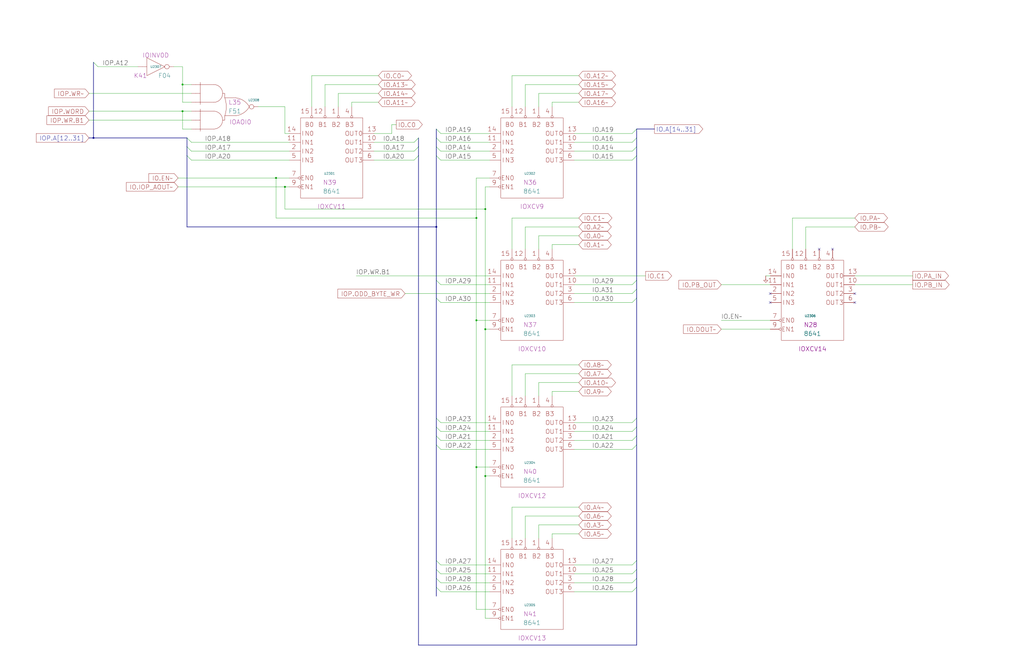
<source format=kicad_sch>
(kicad_sch (version 20211123) (generator eeschema)
  (paper "User" 584.2 378.46)
  (title_block (title "IO BUS\\nADDRESS PATHS") (date "22-SEP-90") (rev "2.0") (comment 1 "IOC") (comment 2 "232-003061") (comment 3 "S400") (comment 4 "RELEASED"))
  (lib_symbols
    (symbol "r1000:8641" (pin_numbers hide) (pin_names (offset 1.016) hide)
      (property "Reference" "U" (at 2.54 5.08 0))
      (property "Value" "8641" (at -1.27 -5.08 0))
      (property "Location" "___" (at -1.27 0 0))
      (property "Name" "______" (at 3.81 -15.24 0))
      (symbol "8641_1_1"
        (circle (center -14.605 -2.54) (radius 0.635))
        (circle (center -14.605 2.54) (radius 0.635))
        (rectangle (start -13.97 36.83) (end 21.59 -8.89))
        (circle (center -7.62 37.465) (radius 0.635))
        (circle (center 0 37.465) (radius 0.635))
        (circle (center 7.62 37.465) (radius 0.635))
        (circle (center 15.24 37.465) (radius 0.635))
        (text "0" (at -7.62 2.54 0) (effects (font (size 2.54 2.54))))
        (text "0" (at -7.62 27.94 0) (effects (font (size 2.54 2.54))))
        (text "0" (at -7.62 33.02 0) (effects (font (size 2.54 2.54))))
        (text "0" (at 20.32 27.94 0) (effects (font (size 2.54 2.54))))
        (text "0" (at 27.94 25.4 0) (effects (font (size 2.54 2.54))))
        (text "1" (at -20.32 25.4 0) (effects (font (size 2.54 2.54))))
        (text "1" (at -20.32 30.48 0) (effects (font (size 2.54 2.54))))
        (text "1" (at -17.78 25.4 0) (effects (font (size 2.54 2.54))))
        (text "1" (at -12.7 40.64 0) (effects (font (size 2.54 2.54))))
        (text "1" (at -7.62 -2.54 0) (effects (font (size 2.54 2.54))))
        (text "1" (at -7.62 22.86 0) (effects (font (size 2.54 2.54))))
        (text "1" (at -5.08 40.64 0) (effects (font (size 2.54 2.54))))
        (text "1" (at 0 33.02 0) (effects (font (size 2.54 2.54))))
        (text "1" (at 5.08 40.64 0) (effects (font (size 2.54 2.54))))
        (text "1" (at 20.32 22.86 0) (effects (font (size 2.54 2.54))))
        (text "1" (at 25.4 25.4 0) (effects (font (size 2.54 2.54))))
        (text "1" (at 25.4 30.48 0) (effects (font (size 2.54 2.54))))
        (text "2" (at -17.78 20.32 0) (effects (font (size 2.54 2.54))))
        (text "2" (at -7.62 17.78 0) (effects (font (size 2.54 2.54))))
        (text "2" (at -2.54 40.64 0) (effects (font (size 2.54 2.54))))
        (text "2" (at 7.62 33.02 0) (effects (font (size 2.54 2.54))))
        (text "2" (at 20.32 17.78 0) (effects (font (size 2.54 2.54))))
        (text "3" (at -7.62 12.7 0) (effects (font (size 2.54 2.54))))
        (text "3" (at 15.24 33.02 0) (effects (font (size 2.54 2.54))))
        (text "3" (at 20.32 12.7 0) (effects (font (size 2.54 2.54))))
        (text "3" (at 25.4 20.32 0) (effects (font (size 2.54 2.54))))
        (text "3" (at 27.94 30.48 0) (effects (font (size 2.54 2.54))))
        (text "4" (at -17.78 30.48 0) (effects (font (size 2.54 2.54))))
        (text "4" (at 12.7 40.64 0) (effects (font (size 2.54 2.54))))
        (text "5" (at -17.78 15.24 0) (effects (font (size 2.54 2.54))))
        (text "5" (at -10.16 40.64 0) (effects (font (size 2.54 2.54))))
        (text "6" (at 25.4 15.24 0) (effects (font (size 2.54 2.54))))
        (text "7" (at -17.78 5.08 0) (effects (font (size 2.54 2.54))))
        (text "9" (at -17.78 0 0) (effects (font (size 2.54 2.54))))
        (text "B" (at -10.16 33.02 0) (effects (font (size 2.54 2.54))))
        (text "B" (at -2.54 33.02 0) (effects (font (size 2.54 2.54))))
        (text "B" (at 5.08 33.02 0) (effects (font (size 2.54 2.54))))
        (text "B" (at 12.7 33.02 0) (effects (font (size 2.54 2.54))))
        (text "E" (at -12.7 -2.54 0) (effects (font (size 2.54 2.54))))
        (text "E" (at -12.7 2.54 0) (effects (font (size 2.54 2.54))))
        (text "I" (at -12.7 12.7 0) (effects (font (size 2.54 2.54))))
        (text "I" (at -12.7 17.78 0) (effects (font (size 2.54 2.54))))
        (text "I" (at -12.7 22.86 0) (effects (font (size 2.54 2.54))))
        (text "I" (at -12.7 27.94 0) (effects (font (size 2.54 2.54))))
        (text "N" (at -10.16 -2.54 0) (effects (font (size 2.54 2.54))))
        (text "N" (at -10.16 2.54 0) (effects (font (size 2.54 2.54))))
        (text "N" (at -10.16 12.7 0) (effects (font (size 2.54 2.54))))
        (text "N" (at -10.16 17.78 0) (effects (font (size 2.54 2.54))))
        (text "N" (at -10.16 22.86 0) (effects (font (size 2.54 2.54))))
        (text "N" (at -10.16 27.94 0) (effects (font (size 2.54 2.54))))
        (text "O" (at 12.7 12.7 0) (effects (font (size 2.54 2.54))))
        (text "O" (at 12.7 17.78 0) (effects (font (size 2.54 2.54))))
        (text "O" (at 12.7 22.86 0) (effects (font (size 2.54 2.54))))
        (text "O" (at 12.7 27.94 0) (effects (font (size 2.54 2.54))))
        (text "T" (at 17.78 12.7 0) (effects (font (size 2.54 2.54))))
        (text "T" (at 17.78 17.78 0) (effects (font (size 2.54 2.54))))
        (text "T" (at 17.78 22.86 0) (effects (font (size 2.54 2.54))))
        (text "T" (at 17.78 27.94 0) (effects (font (size 2.54 2.54))))
        (text "U" (at 15.24 12.7 0) (effects (font (size 2.54 2.54))))
        (text "U" (at 15.24 17.78 0) (effects (font (size 2.54 2.54))))
        (text "U" (at 15.24 22.86 0) (effects (font (size 2.54 2.54))))
        (text "U" (at 15.24 27.94 0) (effects (font (size 2.54 2.54))))
        (pin tri_state line (at 7.62 43.18 270) (length 5.08) (name "B2_") (number "1"))
        (pin output line (at 27.94 22.86 180) (length 6.35) (name "OUT1") (number "10"))
        (pin input line (at -20.32 22.86 0) (length 6.35) (name "IN1") (number "11"))
        (pin tri_state line (at 0 43.18 270) (length 5.08) (name "B1_") (number "12"))
        (pin output line (at 27.94 27.94 180) (length 6.35) (name "OUT0") (number "13"))
        (pin input line (at -20.32 27.94 0) (length 6.35) (name "IN0") (number "14"))
        (pin tri_state line (at -7.62 43.18 270) (length 5.08) (name "B0_") (number "15"))
        (pin input line (at -20.32 17.78 0) (length 6.35) (name "IN2") (number "2"))
        (pin output line (at 27.94 17.78 180) (length 6.35) (name "OUT2") (number "3"))
        (pin tri_state line (at 15.24 43.18 270) (length 5.08) (name "B3_") (number "4"))
        (pin input line (at -20.32 12.7 0) (length 6.35) (name "IN3") (number "5"))
        (pin output line (at 27.94 12.7 180) (length 6.35) (name "OUT3") (number "6"))
        (pin input line (at -20.32 2.54 0) (length 5.08) (name "EN0_") (number "7"))
        (pin input line (at -20.32 -2.54 0) (length 5.08) (name "EN1_") (number "9"))
      )
    )
    (symbol "r1000:F04" (pin_numbers hide) (pin_names hide)
      (property "Reference" "U" (at 0 0 0))
      (property "Value" "F04" (at 1.27 -5.08 0))
      (property "Location" "___" (at -12.7 -5.08 0))
      (property "Name" "______" (at 0 5.08 0))
      (symbol "F04_0_1"
        (polyline (pts (xy -7.62 0) (xy -5.08 0)) (stroke (width 0.1524)))
        (polyline (pts (xy -5.08 5.08) (xy -5.08 -5.08)) (stroke (width 0.1524)))
        (polyline (pts (xy 5.08 0) (xy -5.08 -5.08)) (stroke (width 0.1524)))
        (polyline (pts (xy 5.08 0) (xy -5.08 5.08)) (stroke (width 0.1524)))
        (circle (center 6.35 0) (radius 1.27) (stroke (width 0.1524)))
      )
      (symbol "F04_1_1"
        (pin input line (at -10.16 0 0) (length 2.54) (name "D") (number "1"))
        (pin output line (at 10.16 0 180) (length 2.54) (name "Q") (number "2"))
      )
    )
    (symbol "r1000:F51" (pin_numbers hide) (pin_names hide)
      (property "Reference" "U" (at 12.7 1.27 0))
      (property "Value" "F51" (at 1.905 -5.08 0))
      (property "Location" "___" (at 1.905 0 0))
      (property "Name" "______" (at 5.08 -12.7 0))
      (symbol "F51_0_0"
        (arc (start -10.16 -15.24) (mid -6.5679 -13.7521) (end -5.08 -10.16) (stroke (width 0.1524)))
        (arc (start -10.16 0) (mid -6.5679 1.4879) (end -5.08 5.08) (stroke (width 0.1524)))
        (arc (start -5.08 -10.16) (mid -6.5679 -6.5679) (end -10.16 -5.08) (stroke (width 0.1524)))
        (arc (start -5.08 5.08) (mid -6.5679 8.6721) (end -10.16 10.16) (stroke (width 0.1524)))
        (arc (start -3.8173 -7.62) (mid -2.9926 -2.54) (end -3.8173 2.54) (stroke (width 0.1524)))
        (polyline (pts (xy -20.32 -15.24) (xy -17.78 -15.24)) (stroke (width 0.1524)))
        (polyline (pts (xy -20.32 -10.16) (xy -17.78 -10.16)) (stroke (width 0.1524)))
        (polyline (pts (xy -20.32 -5.08) (xy -17.78 -5.08)) (stroke (width 0.1524)))
        (polyline (pts (xy -20.32 0) (xy -17.78 0)) (stroke (width 0.1524)))
        (polyline (pts (xy -20.32 5.08) (xy -17.78 5.08)) (stroke (width 0.1524)))
        (polyline (pts (xy -20.32 10.16) (xy -17.78 10.16)) (stroke (width 0.1524)))
        (polyline (pts (xy -17.78 -3.81) (xy -17.78 -16.51)) (stroke (width 0.1524)))
        (polyline (pts (xy -17.78 11.43) (xy -17.78 -1.27)) (stroke (width 0.1524)))
        (polyline (pts (xy -10.16 -15.24) (xy -17.78 -15.24)) (stroke (width 0.1524)))
        (polyline (pts (xy -10.16 -5.08) (xy -17.78 -5.08)) (stroke (width 0.1524)))
        (polyline (pts (xy -10.16 0) (xy -17.78 0)) (stroke (width 0.1524)))
        (polyline (pts (xy -10.16 10.16) (xy -17.78 10.16)) (stroke (width 0.1524)))
        (polyline (pts (xy -3.81 -7.62) (xy 2.54 -7.62)) (stroke (width 0.1524)))
        (polyline (pts (xy -3.81 2.54) (xy 2.54 2.54)) (stroke (width 0.1524)))
        (polyline (pts (xy -5.08 -10.16) (xy -3.81 -10.16) (xy -3.81 -7.62)) (stroke (width 0.1524)))
        (polyline (pts (xy -5.08 5.08) (xy -3.81 5.08) (xy -3.81 2.54)) (stroke (width 0.1524)))
        (arc (start 2.54 -7.62) (mid 6.9504 -5.9805) (end 10.16 -2.54) (stroke (width 0.1524)))
        (arc (start 10.16 -2.54) (mid 6.9516 0.9024) (end 2.54 2.54) (stroke (width 0.1524)))
        (circle (center 11.43 -2.54) (radius 1.27) (stroke (width 0.1524)))
      )
      (symbol "F51_1_1"
        (pin input line (at -22.86 10.16 0) (length 2.54) (name "A1") (number "1"))
        (pin input line (at -22.86 5.08 0) (length 2.54) (name "A2") (number "2"))
        (pin input line (at -22.86 0 0) (length 2.54) (name "A3") (number "3"))
        (pin input line (at -22.86 -5.08 0) (length 2.54) (name "B1") (number "4"))
        (pin input line (at -22.86 -10.16 0) (length 2.54) (name "B2") (number "5"))
        (pin input line (at -22.86 -15.24 0) (length 2.54) (name "B3") (number "6"))
        (pin output line (at 15.24 -2.54 180) (length 2.54) (name "Q") (number "7"))
      )
    )
    (symbol "r1000:PD" (power) (pin_numbers hide) (pin_names hide) (in_bom no)
      (symbol "PD_0_1"
        (polyline (pts (xy 0 -2.54) (xy 1.27 -2.54) (xy 0 -3.81) (xy -1.27 -2.54) (xy 0 -2.54)) (stroke (width 0.1524)))
      )
      (symbol "PD_1_1"
        (pin power_in line (at 0 0 270) (length 2.54) (name "PD") (number "1"))
      )
    )
  )
  (bus (pts (xy 106.68 129.54) (xy 248.92 129.54)))
  (bus (pts (xy 106.68 78.74) (xy 106.68 83.82)))
  (bus (pts (xy 106.68 83.82) (xy 106.68 88.9)))
  (bus (pts (xy 106.68 88.9) (xy 106.68 129.54)))
  (bus (pts (xy 238.76 368.3) (xy 363.22 368.3)))
  (bus (pts (xy 238.76 78.74) (xy 238.76 83.82)))
  (bus (pts (xy 238.76 83.82) (xy 238.76 88.9)))
  (bus (pts (xy 238.76 88.9) (xy 238.76 368.3)))
  (bus (pts (xy 248.92 129.54) (xy 248.92 160.02)))
  (bus (pts (xy 248.92 160.02) (xy 248.92 170.18)))
  (bus (pts (xy 248.92 170.18) (xy 248.92 238.76)))
  (bus (pts (xy 248.92 238.76) (xy 248.92 243.84)))
  (bus (pts (xy 248.92 243.84) (xy 248.92 248.92)))
  (bus (pts (xy 248.92 248.92) (xy 248.92 254)))
  (bus (pts (xy 248.92 254) (xy 248.92 320.04)))
  (bus (pts (xy 248.92 320.04) (xy 248.92 325.12)))
  (bus (pts (xy 248.92 325.12) (xy 248.92 330.2)))
  (bus (pts (xy 248.92 330.2) (xy 248.92 335.28)))
  (bus (pts (xy 248.92 335.28) (xy 248.92 340.36)))
  (bus (pts (xy 248.92 73.66) (xy 248.92 78.74)))
  (bus (pts (xy 248.92 78.74) (xy 248.92 83.82)))
  (bus (pts (xy 248.92 83.82) (xy 248.92 88.9)))
  (bus (pts (xy 248.92 88.9) (xy 248.92 129.54)))
  (bus (pts (xy 363.22 160.02) (xy 363.22 165.1)))
  (bus (pts (xy 363.22 165.1) (xy 363.22 170.18)))
  (bus (pts (xy 363.22 170.18) (xy 363.22 238.76)))
  (bus (pts (xy 363.22 238.76) (xy 363.22 243.84)))
  (bus (pts (xy 363.22 243.84) (xy 363.22 248.92)))
  (bus (pts (xy 363.22 248.92) (xy 363.22 254)))
  (bus (pts (xy 363.22 254) (xy 363.22 320.04)))
  (bus (pts (xy 363.22 320.04) (xy 363.22 325.12)))
  (bus (pts (xy 363.22 325.12) (xy 363.22 330.2)))
  (bus (pts (xy 363.22 330.2) (xy 363.22 335.28)))
  (bus (pts (xy 363.22 335.28) (xy 363.22 368.3)))
  (bus (pts (xy 363.22 73.66) (xy 363.22 78.74)))
  (bus (pts (xy 363.22 73.66) (xy 373.38 73.66)))
  (bus (pts (xy 363.22 78.74) (xy 363.22 83.82)))
  (bus (pts (xy 363.22 83.82) (xy 363.22 88.9)))
  (bus (pts (xy 363.22 88.9) (xy 363.22 160.02)))
  (bus (pts (xy 50.8 78.74) (xy 53.34 78.74)))
  (bus (pts (xy 53.34 35.56) (xy 53.34 78.74)))
  (bus (pts (xy 53.34 78.74) (xy 106.68 78.74)))
  (wire (pts (xy 101.6 101.6) (xy 157.48 101.6)))
  (wire (pts (xy 101.6 106.68) (xy 162.56 106.68)))
  (wire (pts (xy 104.14 38.1) (xy 104.14 48.26)))
  (wire (pts (xy 104.14 48.26) (xy 109.22 48.26)))
  (wire (pts (xy 104.14 58.42) (xy 104.14 48.26)))
  (wire (pts (xy 104.14 63.5) (xy 109.22 63.5)))
  (wire (pts (xy 104.14 73.66) (xy 104.14 63.5)))
  (wire (pts (xy 109.22 58.42) (xy 104.14 58.42)))
  (wire (pts (xy 109.22 73.66) (xy 104.14 73.66)))
  (wire (pts (xy 109.22 81.28) (xy 165.1 81.28)))
  (wire (pts (xy 109.22 86.36) (xy 165.1 86.36)))
  (wire (pts (xy 109.22 91.44) (xy 165.1 91.44)))
  (wire (pts (xy 147.32 60.96) (xy 162.56 60.96)))
  (wire (pts (xy 157.48 101.6) (xy 165.1 101.6)))
  (wire (pts (xy 157.48 124.46) (xy 157.48 101.6)))
  (wire (pts (xy 162.56 106.68) (xy 162.56 119.38)))
  (wire (pts (xy 162.56 106.68) (xy 165.1 106.68)))
  (wire (pts (xy 162.56 60.96) (xy 162.56 76.2)))
  (wire (pts (xy 162.56 76.2) (xy 165.1 76.2)))
  (wire (pts (xy 177.8 43.18) (xy 177.8 60.96)))
  (wire (pts (xy 185.42 48.26) (xy 185.42 60.96)))
  (wire (pts (xy 193.04 53.34) (xy 193.04 60.96)))
  (wire (pts (xy 200.66 58.42) (xy 200.66 60.96)))
  (wire (pts (xy 203.2 157.48) (xy 279.4 157.48)))
  (wire (pts (xy 213.36 81.28) (xy 236.22 81.28)))
  (wire (pts (xy 213.36 86.36) (xy 236.22 86.36)))
  (wire (pts (xy 213.36 91.44) (xy 236.22 91.44)))
  (wire (pts (xy 215.9 43.18) (xy 177.8 43.18)))
  (wire (pts (xy 215.9 48.26) (xy 185.42 48.26)))
  (wire (pts (xy 215.9 53.34) (xy 193.04 53.34)))
  (wire (pts (xy 215.9 58.42) (xy 200.66 58.42)))
  (wire (pts (xy 223.52 71.12) (xy 223.52 76.2)))
  (wire (pts (xy 223.52 76.2) (xy 213.36 76.2)))
  (wire (pts (xy 226.06 71.12) (xy 223.52 71.12)))
  (wire (pts (xy 231.14 167.64) (xy 279.4 167.64)))
  (wire (pts (xy 251.46 162.56) (xy 279.4 162.56)))
  (wire (pts (xy 251.46 172.72) (xy 279.4 172.72)))
  (wire (pts (xy 251.46 241.3) (xy 279.4 241.3)))
  (wire (pts (xy 251.46 246.38) (xy 279.4 246.38)))
  (wire (pts (xy 251.46 251.46) (xy 279.4 251.46)))
  (wire (pts (xy 251.46 256.54) (xy 279.4 256.54)))
  (wire (pts (xy 251.46 322.58) (xy 279.4 322.58)))
  (wire (pts (xy 251.46 327.66) (xy 279.4 327.66)))
  (wire (pts (xy 251.46 332.74) (xy 279.4 332.74)))
  (wire (pts (xy 251.46 337.82) (xy 279.4 337.82)))
  (wire (pts (xy 251.46 76.2) (xy 279.4 76.2)))
  (wire (pts (xy 251.46 81.28) (xy 279.4 81.28)))
  (wire (pts (xy 251.46 86.36) (xy 279.4 86.36)))
  (wire (pts (xy 251.46 91.44) (xy 279.4 91.44)))
  (wire (pts (xy 271.78 101.6) (xy 271.78 124.46)))
  (wire (pts (xy 271.78 124.46) (xy 157.48 124.46)))
  (wire (pts (xy 271.78 124.46) (xy 271.78 182.88)))
  (wire (pts (xy 271.78 182.88) (xy 271.78 266.7)))
  (wire (pts (xy 271.78 182.88) (xy 279.4 182.88)))
  (wire (pts (xy 271.78 266.7) (xy 271.78 347.98)))
  (wire (pts (xy 271.78 266.7) (xy 279.4 266.7)))
  (wire (pts (xy 276.86 106.68) (xy 276.86 119.38)))
  (wire (pts (xy 276.86 119.38) (xy 162.56 119.38)))
  (wire (pts (xy 276.86 119.38) (xy 276.86 187.96)))
  (wire (pts (xy 276.86 187.96) (xy 276.86 271.78)))
  (wire (pts (xy 276.86 187.96) (xy 279.4 187.96)))
  (wire (pts (xy 276.86 271.78) (xy 276.86 353.06)))
  (wire (pts (xy 276.86 271.78) (xy 279.4 271.78)))
  (wire (pts (xy 276.86 353.06) (xy 279.4 353.06)))
  (wire (pts (xy 279.4 101.6) (xy 271.78 101.6)))
  (wire (pts (xy 279.4 106.68) (xy 276.86 106.68)))
  (wire (pts (xy 279.4 347.98) (xy 271.78 347.98)))
  (wire (pts (xy 292.1 124.46) (xy 292.1 142.24)))
  (wire (pts (xy 292.1 208.28) (xy 292.1 226.06)))
  (wire (pts (xy 292.1 289.56) (xy 292.1 307.34)))
  (wire (pts (xy 292.1 43.18) (xy 292.1 60.96)))
  (wire (pts (xy 299.72 129.54) (xy 299.72 142.24)))
  (wire (pts (xy 299.72 213.36) (xy 299.72 226.06)))
  (wire (pts (xy 299.72 294.64) (xy 299.72 307.34)))
  (wire (pts (xy 299.72 48.26) (xy 299.72 60.96)))
  (wire (pts (xy 307.34 134.62) (xy 307.34 142.24)))
  (wire (pts (xy 307.34 218.44) (xy 307.34 226.06)))
  (wire (pts (xy 307.34 299.72) (xy 307.34 307.34)))
  (wire (pts (xy 307.34 53.34) (xy 307.34 60.96)))
  (wire (pts (xy 314.96 139.7) (xy 314.96 142.24)))
  (wire (pts (xy 314.96 223.52) (xy 314.96 226.06)))
  (wire (pts (xy 314.96 304.8) (xy 314.96 307.34)))
  (wire (pts (xy 314.96 58.42) (xy 314.96 60.96)))
  (wire (pts (xy 327.66 157.48) (xy 368.3 157.48)))
  (wire (pts (xy 327.66 162.56) (xy 360.68 162.56)))
  (wire (pts (xy 327.66 167.64) (xy 360.68 167.64)))
  (wire (pts (xy 327.66 172.72) (xy 360.68 172.72)))
  (wire (pts (xy 327.66 241.3) (xy 360.68 241.3)))
  (wire (pts (xy 327.66 246.38) (xy 360.68 246.38)))
  (wire (pts (xy 327.66 251.46) (xy 360.68 251.46)))
  (wire (pts (xy 327.66 256.54) (xy 360.68 256.54)))
  (wire (pts (xy 327.66 322.58) (xy 360.68 322.58)))
  (wire (pts (xy 327.66 327.66) (xy 360.68 327.66)))
  (wire (pts (xy 327.66 332.74) (xy 360.68 332.74)))
  (wire (pts (xy 327.66 337.82) (xy 360.68 337.82)))
  (wire (pts (xy 327.66 76.2) (xy 360.68 76.2)))
  (wire (pts (xy 327.66 81.28) (xy 360.68 81.28)))
  (wire (pts (xy 327.66 86.36) (xy 360.68 86.36)))
  (wire (pts (xy 327.66 91.44) (xy 360.68 91.44)))
  (wire (pts (xy 330.2 124.46) (xy 292.1 124.46)))
  (wire (pts (xy 330.2 129.54) (xy 299.72 129.54)))
  (wire (pts (xy 330.2 134.62) (xy 307.34 134.62)))
  (wire (pts (xy 330.2 139.7) (xy 314.96 139.7)))
  (wire (pts (xy 330.2 208.28) (xy 292.1 208.28)))
  (wire (pts (xy 330.2 213.36) (xy 299.72 213.36)))
  (wire (pts (xy 330.2 218.44) (xy 307.34 218.44)))
  (wire (pts (xy 330.2 223.52) (xy 314.96 223.52)))
  (wire (pts (xy 330.2 289.56) (xy 292.1 289.56)))
  (wire (pts (xy 330.2 294.64) (xy 299.72 294.64)))
  (wire (pts (xy 330.2 299.72) (xy 307.34 299.72)))
  (wire (pts (xy 330.2 304.8) (xy 314.96 304.8)))
  (wire (pts (xy 330.2 43.18) (xy 292.1 43.18)))
  (wire (pts (xy 330.2 48.26) (xy 299.72 48.26)))
  (wire (pts (xy 330.2 53.34) (xy 307.34 53.34)))
  (wire (pts (xy 330.2 58.42) (xy 314.96 58.42)))
  (wire (pts (xy 411.48 162.56) (xy 439.42 162.56)))
  (wire (pts (xy 411.48 182.88) (xy 439.42 182.88)))
  (wire (pts (xy 411.48 187.96) (xy 439.42 187.96)))
  (wire (pts (xy 436.88 157.48) (xy 439.42 157.48)))
  (wire (pts (xy 452.12 124.46) (xy 452.12 142.24)))
  (wire (pts (xy 459.74 129.54) (xy 459.74 142.24)))
  (wire (pts (xy 487.68 124.46) (xy 452.12 124.46)))
  (wire (pts (xy 487.68 129.54) (xy 459.74 129.54)))
  (wire (pts (xy 487.68 157.48) (xy 520.7 157.48)))
  (wire (pts (xy 487.68 162.56) (xy 520.7 162.56)))
  (wire (pts (xy 50.8 53.34) (xy 109.22 53.34)))
  (wire (pts (xy 50.8 63.5) (xy 104.14 63.5)))
  (wire (pts (xy 50.8 68.58) (xy 109.22 68.58)))
  (wire (pts (xy 55.88 38.1) (xy 78.74 38.1)))
  (wire (pts (xy 99.06 38.1) (xy 104.14 38.1)))
  (global_label "IOP.WR~" (shape input) (at 50.8 53.34 180) (effects (font (size 2.54 2.54))) (property "Intersheet References" "${INTERSHEET_REFS}" (at 30.7159 53.1813 0) (effects (font (size 2.54 2.54)) (justify right))))
  (global_label "IOP.WORD" (shape input) (at 50.8 63.5 180) (effects (font (size 2.54 2.54))) (property "Intersheet References" "${INTERSHEET_REFS}" (at 27.3292 63.3413 0) (effects (font (size 2.54 2.54)) (justify right))))
  (global_label "IOP.WR.B1" (shape input) (at 50.8 68.58 180) (effects (font (size 2.54 2.54))) (property "Intersheet References" "${INTERSHEET_REFS}" (at 26.3616 68.4213 0) (effects (font (size 2.54 2.54)) (justify right))))
  (global_label "IOP.A[12..31]" (shape input) (at 50.8 78.74 180) (effects (font (size 2.54 2.54))) (property "Intersheet References" "${INTERSHEET_REFS}" (at 20.314 78.5813 0) (effects (font (size 2.54 2.54)) (justify right))))
  (bus_entry (at 53.34 35.56) (size 2.54 2.54))
  (junction (at 53.34 78.74))
  (label "IOP.A12" (at 58.42 38.1 0) (effects (font (size 2.54 2.54))))
  (symbol (lib_id "r1000:F04") (at 88.9 38.1 0) (unit 1)
    (property "Reference" "U2307" (at 88.9 38.1 0))
    (property "Value" "F04" (at 90.17 43.18 0) (effects (font (size 2.54 2.54)) (justify left)))
    (property "Location" "K41" (at 76.2 43.18 0) (effects (font (size 2.54 2.54)) (justify left)))
    (property "Name" "IOINV0D" (at 88.9 33.02 0) (effects (font (size 2.54 2.54)) (justify bottom)))
  )
  (global_label "IO.EN~" (shape input) (at 101.6 101.6 180) (effects (font (size 2.54 2.54))) (property "Intersheet References" "${INTERSHEET_REFS}" (at 84.5397 101.4413 0) (effects (font (size 2.54 2.54)) (justify right))))
  (global_label "IO.IOP_AOUT~" (shape input) (at 101.6 106.68 180) (effects (font (size 2.54 2.54))) (property "Intersheet References" "${INTERSHEET_REFS}" (at 71.7187 106.5213 0) (effects (font (size 2.54 2.54)) (justify right))))
  (junction (at 104.14 48.26))
  (junction (at 104.14 63.5))
  (bus_entry (at 106.68 78.74) (size 2.54 2.54))
  (bus_entry (at 106.68 83.82) (size 2.54 2.54))
  (bus_entry (at 106.68 88.9) (size 2.54 2.54))
  (label "IOP.A18" (at 116.84 81.28 0) (effects (font (size 2.54 2.54))))
  (label "IOP.A17" (at 116.84 86.36 0) (effects (font (size 2.54 2.54))))
  (label "IOP.A20" (at 116.84 91.44 0) (effects (font (size 2.54 2.54))))
  (symbol (lib_id "r1000:F51") (at 132.08 58.42 0) (unit 1)
    (property "Reference" "U2308" (at 144.78 57.15 0))
    (property "Value" "F51" (at 133.985 63.5 0) (effects (font (size 2.54 2.54))))
    (property "Location" "L35" (at 133.985 58.42 0) (effects (font (size 2.54 2.54))))
    (property "Name" "IOAOI0" (at 137.16 71.12 0) (effects (font (size 2.54 2.54)) (justify bottom)))
  )
  (junction (at 157.48 101.6))
  (junction (at 162.56 106.68))
  (symbol (lib_id "r1000:8641") (at 185.42 104.14 0) (unit 1)
    (property "Reference" "U2301" (at 187.96 99.06 0))
    (property "Value" "8641" (at 184.15 109.22 0) (effects (font (size 2.54 2.54)) (justify left)))
    (property "Location" "N39" (at 184.15 104.14 0) (effects (font (size 2.54 2.54)) (justify left)))
    (property "Name" "IOXCV11" (at 189.23 119.38 0) (effects (font (size 2.54 2.54)) (justify bottom)))
  )
  (label "IOP.WR.B1" (at 203.2 157.48 0) (effects (font (size 2.54 2.54))))
  (global_label "IO.C0~" (shape bidirectional) (at 215.9 43.18 0) (effects (font (size 2.54 2.54))) (property "Intersheet References" "${INTERSHEET_REFS}" (at 232.9603 43.0213 0) (effects (font (size 2.54 2.54)) (justify left))))
  (global_label "IO.A13~" (shape bidirectional) (at 215.9 48.26 0) (effects (font (size 2.54 2.54))) (property "Intersheet References" "${INTERSHEET_REFS}" (at 235.0165 48.1013 0) (effects (font (size 2.54 2.54)) (justify left))))
  (global_label "IO.A14~" (shape bidirectional) (at 215.9 53.34 0) (effects (font (size 2.54 2.54))) (property "Intersheet References" "${INTERSHEET_REFS}" (at 235.0165 53.1813 0) (effects (font (size 2.54 2.54)) (justify left))))
  (global_label "IO.A11~" (shape bidirectional) (at 215.9 58.42 0) (effects (font (size 2.54 2.54))) (property "Intersheet References" "${INTERSHEET_REFS}" (at 235.0165 58.2613 0) (effects (font (size 2.54 2.54)) (justify left))))
  (label "IO.A18" (at 218.44 81.28 0) (effects (font (size 2.54 2.54))))
  (label "IO.A17" (at 218.44 86.36 0) (effects (font (size 2.54 2.54))))
  (label "IO.A20" (at 218.44 91.44 0) (effects (font (size 2.54 2.54))))
  (global_label "IO.C0" (shape output) (at 226.06 71.12 0) (effects (font (size 2.54 2.54))) (property "Intersheet References" "${INTERSHEET_REFS}" (at 241.306 70.9613 0) (effects (font (size 2.54 2.54)) (justify left))))
  (global_label "IOP.ODD_BYTE_WR" (shape input) (at 231.14 167.64 180) (effects (font (size 2.54 2.54))) (property "Intersheet References" "${INTERSHEET_REFS}" (at 192.3082 167.4813 0) (effects (font (size 2.54 2.54)) (justify right))))
  (bus_entry (at 238.76 78.74) (size -2.54 2.54))
  (bus_entry (at 238.76 83.82) (size -2.54 2.54))
  (bus_entry (at 238.76 88.9) (size -2.54 2.54))
  (bus_entry (at 248.92 73.66) (size 2.54 2.54))
  (bus_entry (at 248.92 78.74) (size 2.54 2.54))
  (bus_entry (at 248.92 83.82) (size 2.54 2.54))
  (bus_entry (at 248.92 88.9) (size 2.54 2.54))
  (junction (at 248.92 129.54))
  (bus_entry (at 248.92 160.02) (size 2.54 2.54))
  (bus_entry (at 248.92 170.18) (size 2.54 2.54))
  (bus_entry (at 248.92 238.76) (size 2.54 2.54))
  (bus_entry (at 248.92 243.84) (size 2.54 2.54))
  (bus_entry (at 248.92 248.92) (size 2.54 2.54))
  (bus_entry (at 248.92 254) (size 2.54 2.54))
  (bus_entry (at 248.92 320.04) (size 2.54 2.54))
  (bus_entry (at 248.92 325.12) (size 2.54 2.54))
  (bus_entry (at 248.92 330.2) (size 2.54 2.54))
  (bus_entry (at 248.92 335.28) (size 2.54 2.54))
  (label "IOP.A19" (at 254 76.2 0) (effects (font (size 2.54 2.54))))
  (label "IOP.A16" (at 254 81.28 0) (effects (font (size 2.54 2.54))))
  (label "IOP.A14" (at 254 86.36 0) (effects (font (size 2.54 2.54))))
  (label "IOP.A15" (at 254 91.44 0) (effects (font (size 2.54 2.54))))
  (label "IOP.A29" (at 254 162.56 0) (effects (font (size 2.54 2.54))))
  (label "IOP.A30" (at 254 172.72 0) (effects (font (size 2.54 2.54))))
  (label "IOP.A23" (at 254 241.3 0) (effects (font (size 2.54 2.54))))
  (label "IOP.A24" (at 254 246.38 0) (effects (font (size 2.54 2.54))))
  (label "IOP.A21" (at 254 251.46 0) (effects (font (size 2.54 2.54))))
  (label "IOP.A22" (at 254 256.54 0) (effects (font (size 2.54 2.54))))
  (label "IOP.A27" (at 254 322.58 0) (effects (font (size 2.54 2.54))))
  (label "IOP.A25" (at 254 327.66 0) (effects (font (size 2.54 2.54))))
  (label "IOP.A28" (at 254 332.74 0) (effects (font (size 2.54 2.54))))
  (label "IOP.A26" (at 254 337.82 0) (effects (font (size 2.54 2.54))))
  (junction (at 271.78 124.46))
  (junction (at 271.78 182.88))
  (junction (at 271.78 266.7))
  (junction (at 276.86 119.38))
  (junction (at 276.86 187.96))
  (junction (at 276.86 271.78))
  (symbol (lib_id "r1000:8641") (at 299.72 104.14 0) (unit 1)
    (property "Reference" "U2302" (at 302.26 99.06 0))
    (property "Value" "8641" (at 298.45 109.22 0) (effects (font (size 2.54 2.54)) (justify left)))
    (property "Location" "N36" (at 298.45 104.14 0) (effects (font (size 2.54 2.54)) (justify left)))
    (property "Name" "IOXCV9" (at 303.53 119.38 0) (effects (font (size 2.54 2.54)) (justify bottom)))
  )
  (symbol (lib_id "r1000:8641") (at 299.72 185.42 0) (unit 1)
    (property "Reference" "U2303" (at 302.26 180.34 0))
    (property "Value" "8641" (at 298.45 190.5 0) (effects (font (size 2.54 2.54)) (justify left)))
    (property "Location" "N37" (at 298.45 185.42 0) (effects (font (size 2.54 2.54)) (justify left)))
    (property "Name" "IOXCV10" (at 303.53 200.66 0) (effects (font (size 2.54 2.54)) (justify bottom)))
  )
  (symbol (lib_id "r1000:8641") (at 299.72 269.24 0) (unit 1)
    (property "Reference" "U2304" (at 302.26 264.16 0))
    (property "Value" "8641" (at 298.45 274.32 0) (effects (font (size 2.54 2.54)) (justify left)))
    (property "Location" "N40" (at 298.45 269.24 0) (effects (font (size 2.54 2.54)) (justify left)))
    (property "Name" "IOXCV12" (at 303.53 284.48 0) (effects (font (size 2.54 2.54)) (justify bottom)))
  )
  (symbol (lib_id "r1000:8641") (at 299.72 350.52 0) (unit 1)
    (property "Reference" "U2305" (at 302.26 345.44 0))
    (property "Value" "8641" (at 298.45 355.6 0) (effects (font (size 2.54 2.54)) (justify left)))
    (property "Location" "N41" (at 298.45 350.52 0) (effects (font (size 2.54 2.54)) (justify left)))
    (property "Name" "IOXCV13" (at 303.53 365.76 0) (effects (font (size 2.54 2.54)) (justify bottom)))
  )
  (global_label "IO.A12~" (shape bidirectional) (at 330.2 43.18 0) (effects (font (size 2.54 2.54))) (property "Intersheet References" "${INTERSHEET_REFS}" (at 349.3165 43.0213 0) (effects (font (size 2.54 2.54)) (justify left))))
  (global_label "IO.A15~" (shape bidirectional) (at 330.2 48.26 0) (effects (font (size 2.54 2.54))) (property "Intersheet References" "${INTERSHEET_REFS}" (at 349.3165 48.1013 0) (effects (font (size 2.54 2.54)) (justify left))))
  (global_label "IO.A17~" (shape bidirectional) (at 330.2 53.34 0) (effects (font (size 2.54 2.54))) (property "Intersheet References" "${INTERSHEET_REFS}" (at 349.3165 53.1813 0) (effects (font (size 2.54 2.54)) (justify left))))
  (global_label "IO.A16~" (shape bidirectional) (at 330.2 58.42 0) (effects (font (size 2.54 2.54))) (property "Intersheet References" "${INTERSHEET_REFS}" (at 349.3165 58.2613 0) (effects (font (size 2.54 2.54)) (justify left))))
  (global_label "IO.C1~" (shape bidirectional) (at 330.2 124.46 0) (effects (font (size 2.54 2.54))) (property "Intersheet References" "${INTERSHEET_REFS}" (at 347.2603 124.3013 0) (effects (font (size 2.54 2.54)) (justify left))))
  (global_label "IO.A2~" (shape bidirectional) (at 330.2 129.54 0) (effects (font (size 2.54 2.54))) (property "Intersheet References" "${INTERSHEET_REFS}" (at 346.8975 129.3813 0) (effects (font (size 2.54 2.54)) (justify left))))
  (global_label "IO.A0~" (shape bidirectional) (at 330.2 134.62 0) (effects (font (size 2.54 2.54))) (property "Intersheet References" "${INTERSHEET_REFS}" (at 346.8975 134.4613 0) (effects (font (size 2.54 2.54)) (justify left))))
  (global_label "IO.A1~" (shape bidirectional) (at 330.2 139.7 0) (effects (font (size 2.54 2.54))) (property "Intersheet References" "${INTERSHEET_REFS}" (at 346.8975 139.5413 0) (effects (font (size 2.54 2.54)) (justify left))))
  (global_label "IO.A8~" (shape bidirectional) (at 330.2 208.28 0) (effects (font (size 2.54 2.54))) (property "Intersheet References" "${INTERSHEET_REFS}" (at 346.8975 208.1213 0) (effects (font (size 2.54 2.54)) (justify left))))
  (global_label "IO.A7~" (shape bidirectional) (at 330.2 213.36 0) (effects (font (size 2.54 2.54))) (property "Intersheet References" "${INTERSHEET_REFS}" (at 346.8975 213.2013 0) (effects (font (size 2.54 2.54)) (justify left))))
  (global_label "IO.A10~" (shape bidirectional) (at 330.2 218.44 0) (effects (font (size 2.54 2.54))) (property "Intersheet References" "${INTERSHEET_REFS}" (at 349.3165 218.2813 0) (effects (font (size 2.54 2.54)) (justify left))))
  (global_label "IO.A9~" (shape bidirectional) (at 330.2 223.52 0) (effects (font (size 2.54 2.54))) (property "Intersheet References" "${INTERSHEET_REFS}" (at 346.8975 223.3613 0) (effects (font (size 2.54 2.54)) (justify left))))
  (global_label "IO.A4~" (shape bidirectional) (at 330.2 289.56 0) (effects (font (size 2.54 2.54))) (property "Intersheet References" "${INTERSHEET_REFS}" (at 346.8975 289.4013 0) (effects (font (size 2.54 2.54)) (justify left))))
  (global_label "IO.A6~" (shape bidirectional) (at 330.2 294.64 0) (effects (font (size 2.54 2.54))) (property "Intersheet References" "${INTERSHEET_REFS}" (at 346.8975 294.4813 0) (effects (font (size 2.54 2.54)) (justify left))))
  (global_label "IO.A3~" (shape bidirectional) (at 330.2 299.72 0) (effects (font (size 2.54 2.54))) (property "Intersheet References" "${INTERSHEET_REFS}" (at 346.8975 299.5613 0) (effects (font (size 2.54 2.54)) (justify left))))
  (global_label "IO.A5~" (shape bidirectional) (at 330.2 304.8 0) (effects (font (size 2.54 2.54))) (property "Intersheet References" "${INTERSHEET_REFS}" (at 346.8975 304.6413 0) (effects (font (size 2.54 2.54)) (justify left))))
  (label "IO.A19" (at 337.82 76.2 0) (effects (font (size 2.54 2.54))))
  (label "IO.A16" (at 337.82 81.28 0) (effects (font (size 2.54 2.54))))
  (label "IO.A14" (at 337.82 86.36 0) (effects (font (size 2.54 2.54))))
  (label "IO.A15" (at 337.82 91.44 0) (effects (font (size 2.54 2.54))))
  (label "IO.A29" (at 337.82 162.56 0) (effects (font (size 2.54 2.54))))
  (label "IO.A31" (at 337.82 167.64 0) (effects (font (size 2.54 2.54))))
  (label "IO.A30" (at 337.82 172.72 0) (effects (font (size 2.54 2.54))))
  (label "IO.A23" (at 337.82 241.3 0) (effects (font (size 2.54 2.54))))
  (label "IO.A24" (at 337.82 246.38 0) (effects (font (size 2.54 2.54))))
  (label "IO.A21" (at 337.82 251.46 0) (effects (font (size 2.54 2.54))))
  (label "IO.A22" (at 337.82 256.54 0) (effects (font (size 2.54 2.54))))
  (label "IO.A27" (at 337.82 322.58 0) (effects (font (size 2.54 2.54))))
  (label "IO.A25" (at 337.82 327.66 0) (effects (font (size 2.54 2.54))))
  (label "IO.A28" (at 337.82 332.74 0) (effects (font (size 2.54 2.54))))
  (label "IO.A26" (at 337.82 337.82 0) (effects (font (size 2.54 2.54))))
  (bus_entry (at 363.22 73.66) (size -2.54 2.54))
  (bus_entry (at 363.22 78.74) (size -2.54 2.54))
  (bus_entry (at 363.22 83.82) (size -2.54 2.54))
  (bus_entry (at 363.22 88.9) (size -2.54 2.54))
  (bus_entry (at 363.22 160.02) (size -2.54 2.54))
  (bus_entry (at 363.22 165.1) (size -2.54 2.54))
  (bus_entry (at 363.22 170.18) (size -2.54 2.54))
  (bus_entry (at 363.22 238.76) (size -2.54 2.54))
  (bus_entry (at 363.22 243.84) (size -2.54 2.54))
  (bus_entry (at 363.22 248.92) (size -2.54 2.54))
  (bus_entry (at 363.22 254) (size -2.54 2.54))
  (bus_entry (at 363.22 320.04) (size -2.54 2.54))
  (bus_entry (at 363.22 325.12) (size -2.54 2.54))
  (bus_entry (at 363.22 330.2) (size -2.54 2.54))
  (bus_entry (at 363.22 335.28) (size -2.54 2.54))
  (global_label "IO.C1" (shape output) (at 368.3 157.48 0) (effects (font (size 2.54 2.54))) (property "Intersheet References" "${INTERSHEET_REFS}" (at 383.546 157.3213 0) (effects (font (size 2.54 2.54)) (justify left))))
  (global_label "IO.A[14..31]" (shape output) (at 373.38 73.66 0) (effects (font (size 2.54 2.54))) (property "Intersheet References" "${INTERSHEET_REFS}" (at 401.326 73.5013 0) (effects (font (size 2.54 2.54)) (justify left))))
  (global_label "IO.PB_OUT" (shape input) (at 411.48 162.56 180) (effects (font (size 2.54 2.54))) (property "Intersheet References" "${INTERSHEET_REFS}" (at 386.9206 162.4013 0) (effects (font (size 2.54 2.54)) (justify right))))
  (label "IO.EN~" (at 411.48 182.88 0) (effects (font (size 2.54 2.54))))
  (global_label "IO.DOUT~" (shape input) (at 411.48 187.96 180) (effects (font (size 2.54 2.54))) (property "Intersheet References" "${INTERSHEET_REFS}" (at 389.5816 187.8013 0) (effects (font (size 2.54 2.54)) (justify right))))
  (symbol (lib_id "r1000:PD") (at 436.88 157.48 0) (unit 1) (in_bom no)
    (property "Reference" "#PWR0147" (effects hide))
    (property "Value" "PD" (effects hide))
  )
  (no_connect (at 439.42 167.64))
  (no_connect (at 439.42 172.72))
  (symbol (lib_id "r1000:8641") (at 459.74 185.42 0) (unit 1)
    (property "Reference" "U2306" (at 462.28 180.34 0))
    (property "Value" "8641" (at 458.47 190.5 0) (effects (font (size 2.54 2.54)) (justify left)))
    (property "Location" "N28" (at 458.47 185.42 0) (effects (font (size 2.54 2.54)) (justify left)))
    (property "Name" "IOXCV14" (at 463.55 200.66 0) (effects (font (size 2.54 2.54)) (justify bottom)))
  )
  (no_connect (at 467.36 142.24))
  (no_connect (at 474.98 142.24))
  (global_label "IO.PA~" (shape bidirectional) (at 487.68 124.46 0) (effects (font (size 2.54 2.54))) (property "Intersheet References" "${INTERSHEET_REFS}" (at 504.4984 124.3013 0) (effects (font (size 2.54 2.54)) (justify left))))
  (global_label "IO.PB~" (shape bidirectional) (at 487.68 129.54 0) (effects (font (size 2.54 2.54))) (property "Intersheet References" "${INTERSHEET_REFS}" (at 504.8613 129.3813 0) (effects (font (size 2.54 2.54)) (justify left))))
  (no_connect (at 487.68 167.64))
  (no_connect (at 487.68 172.72))
  (global_label "IO.PA_IN" (shape output) (at 520.7 157.48 0) (effects (font (size 2.54 2.54))) (property "Intersheet References" "${INTERSHEET_REFS}" (at 541.5099 157.3213 0) (effects (font (size 2.54 2.54)) (justify left))))
  (global_label "IO.PB_IN" (shape output) (at 520.7 162.56 0) (effects (font (size 2.54 2.54))) (property "Intersheet References" "${INTERSHEET_REFS}" (at 541.8727 162.4013 0) (effects (font (size 2.54 2.54)) (justify left))))
)
</source>
